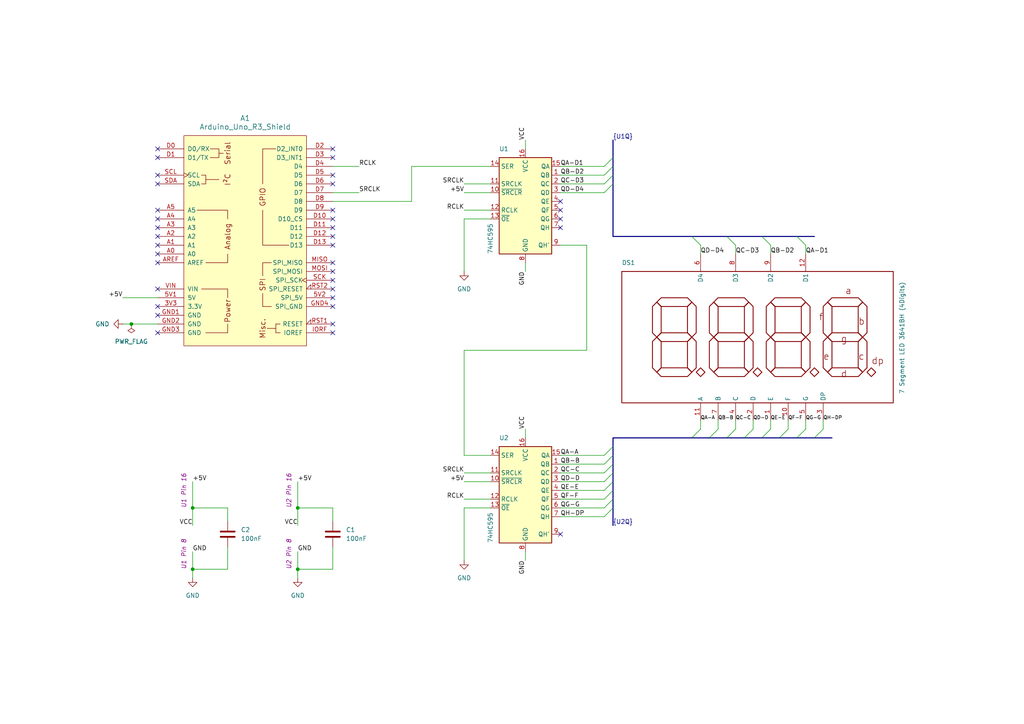
<source format=kicad_sch>
(kicad_sch (version 20231120) (generator "eeschema") (generator_version "8.0")
  (paper "A4")
  (title_block (title "Simple 7 Segment LED Counter") (date "2025-02-13") (rev "V1.0"))
  (lib_symbols
    (symbol "74xx:74HC595"
      (property "Reference" "U" (at -7.62 13.97 0))
      (property "Value" "74HC595" (at -7.62 -16.51 0))
      (symbol "74HC595_1_0"
        (pin tri_state line (at 10.16 7.62 180) (length 2.54) (name "QB") (number "1"))
        (pin input line (at -10.16 2.54 0) (length 2.54) (name "~{SRCLR}") (number "10"))
        (pin input line (at -10.16 5.08 0) (length 2.54) (name "SRCLK") (number "11"))
        (pin input line (at -10.16 -2.54 0) (length 2.54) (name "RCLK") (number "12"))
        (pin input line (at -10.16 -5.08 0) (length 2.54) (name "~{OE}") (number "13"))
        (pin input line (at -10.16 10.16 0) (length 2.54) (name "SER") (number "14"))
        (pin tri_state line (at 10.16 10.16 180) (length 2.54) (name "QA") (number "15"))
        (pin power_in line (at 0 15.24 270) (length 2.54) (name "VCC") (number "16"))
        (pin tri_state line (at 10.16 5.08 180) (length 2.54) (name "QC") (number "2"))
        (pin tri_state line (at 10.16 2.54 180) (length 2.54) (name "QD") (number "3"))
        (pin tri_state line (at 10.16 0 180) (length 2.54) (name "QE") (number "4"))
        (pin tri_state line (at 10.16 -2.54 180) (length 2.54) (name "QF") (number "5"))
        (pin tri_state line (at 10.16 -5.08 180) (length 2.54) (name "QG") (number "6"))
        (pin tri_state line (at 10.16 -7.62 180) (length 2.54) (name "QH") (number "7"))
        (pin power_in line (at 0 -17.78 90) (length 2.54) (name "GND") (number "8"))
        (pin output line (at 10.16 -12.7 180) (length 2.54) (name "QH'") (number "9"))
      )
      (symbol "74HC595_1_1"
        (rectangle (start -7.62 12.7) (end 7.62 -15.24) (stroke (width 0.254)) (fill (type background)))
      )
    )
    (symbol "Device:C" (pin_numbers hide) (pin_names (offset 0.254))
      (property "Reference" "C" (at 0.635 2.54 0))
      (property "Value" "C" (at 0.635 -2.54 0))
      (symbol "C_0_1"
        (polyline (pts (xy -2.032 -0.762) (xy 2.032 -0.762)) (stroke (width 0.508)))
        (polyline (pts (xy -2.032 0.762) (xy 2.032 0.762)) (stroke (width 0.508)))
      )
      (symbol "C_1_1"
        (pin passive line (at 0 3.81 270) (length 2.794) (name "~") (number "1"))
        (pin passive line (at 0 -3.81 90) (length 2.794) (name "~") (number "2"))
      )
    )
    (symbol "Imported:7 Segment LED 3641BH (4Digits)"
      (property "Reference" "DS1" (at -43.18 17.78 0))
      (property "Value" "7 Segment LED 3641BH (4Digits)" (at 38.1 -20.32 90))
      (symbol "7 Segment LED 3641BH (4Digits)_0_0"
        (polyline (pts (xy -43.18 15.24) (xy 35.56 15.24) (xy 35.56 -22.86) (xy -43.18 -22.86) (xy -43.18 15.24)) (stroke (width 0.254)))
        (polyline (pts (xy -20.32 -15.24) (xy -21.59 -13.97) (xy -20.32 -12.7) (xy -19.05 -13.97) (xy -20.32 -15.24)) (stroke (width 0.254)))
        (polyline (pts (xy -3.81 -15.24) (xy -5.08 -13.97) (xy -3.81 -12.7) (xy -2.54 -13.97) (xy -3.81 -15.24)) (stroke (width 0.254)))
        (polyline (pts (xy 12.7 -15.24) (xy 11.43 -13.97) (xy 12.7 -12.7) (xy 13.97 -13.97) (xy 12.7 -15.24)) (stroke (width 0.254)))
        (polyline (pts (xy 29.21 -15.24) (xy 27.94 -13.97) (xy 29.21 -12.7) (xy 30.48 -13.97) (xy 29.21 -15.24)) (stroke (width 0.254)))
        (polyline (pts (xy -34.29 -12.7) (xy -34.29 -5.08) (xy -33.02 -3.81) (xy -31.75 -5.08) (xy -31.75 -12.7) (xy -33.02 -13.97) (xy -34.29 -12.7)) (stroke (width 0.254)))
        (polyline (pts (xy -34.29 -2.54) (xy -34.29 5.08) (xy -33.02 6.35) (xy -31.75 5.08) (xy -31.75 -2.54) (xy -33.02 -3.81) (xy -34.29 -2.54)) (stroke (width 0.254)))
        (polyline (pts (xy -31.75 -12.7) (xy -24.13 -12.7) (xy -22.86 -13.97) (xy -24.13 -15.24) (xy -31.75 -15.24) (xy -33.02 -13.97) (xy -31.75 -12.7)) (stroke (width 0.254)))
        (polyline (pts (xy -31.75 -2.54) (xy -24.13 -2.54) (xy -22.86 -3.81) (xy -24.13 -5.08) (xy -31.75 -5.08) (xy -33.02 -3.81) (xy -31.75 -2.54)) (stroke (width 0.254)))
        (polyline (pts (xy -31.75 7.62) (xy -24.13 7.62) (xy -22.86 6.35) (xy -24.13 5.08) (xy -31.75 5.08) (xy -33.02 6.35) (xy -31.75 7.62)) (stroke (width 0.254)))
        (polyline (pts (xy -24.13 -12.7) (xy -24.13 -5.08) (xy -22.86 -3.81) (xy -21.59 -5.08) (xy -21.59 -12.7) (xy -22.86 -13.97) (xy -24.13 -12.7)) (stroke (width 0.254)))
        (polyline (pts (xy -24.13 -2.54) (xy -24.13 5.08) (xy -22.86 6.35) (xy -21.59 5.08) (xy -21.59 -2.54) (xy -22.86 -3.81) (xy -24.13 -2.54)) (stroke (width 0.254)))
        (polyline (pts (xy -17.78 -12.7) (xy -17.78 -5.08) (xy -16.51 -3.81) (xy -15.24 -5.08) (xy -15.24 -12.7) (xy -16.51 -13.97) (xy -17.78 -12.7)) (stroke (width 0.254)))
        (polyline (pts (xy -17.78 -2.54) (xy -17.78 5.08) (xy -16.51 6.35) (xy -15.24 5.08) (xy -15.24 -2.54) (xy -16.51 -3.81) (xy -17.78 -2.54)) (stroke (width 0.254)))
        (polyline (pts (xy -15.24 -12.7) (xy -7.62 -12.7) (xy -6.35 -13.97) (xy -7.62 -15.24) (xy -15.24 -15.24) (xy -16.51 -13.97) (xy -15.24 -12.7)) (stroke (width 0.254)))
        (polyline (pts (xy -15.24 -2.54) (xy -7.62 -2.54) (xy -6.35 -3.81) (xy -7.62 -5.08) (xy -15.24 -5.08) (xy -16.51 -3.81) (xy -15.24 -2.54)) (stroke (width 0.254)))
        (polyline (pts (xy -15.24 7.62) (xy -7.62 7.62) (xy -6.35 6.35) (xy -7.62 5.08) (xy -15.24 5.08) (xy -16.51 6.35) (xy -15.24 7.62)) (stroke (width 0.254)))
        (polyline (pts (xy -7.62 -12.7) (xy -7.62 -5.08) (xy -6.35 -3.81) (xy -5.08 -5.08) (xy -5.08 -12.7) (xy -6.35 -13.97) (xy -7.62 -12.7)) (stroke (width 0.254)))
        (polyline (pts (xy -7.62 -2.54) (xy -7.62 5.08) (xy -6.35 6.35) (xy -5.08 5.08) (xy -5.08 -2.54) (xy -6.35 -3.81) (xy -7.62 -2.54)) (stroke (width 0.254)))
        (polyline (pts (xy -1.27 -12.7) (xy -1.27 -5.08) (xy 0 -3.81) (xy 1.27 -5.08) (xy 1.27 -12.7) (xy 0 -13.97) (xy -1.27 -12.7)) (stroke (width 0.254)))
        (polyline (pts (xy -1.27 -2.54) (xy -1.27 5.08) (xy 0 6.35) (xy 1.27 5.08) (xy 1.27 -2.54) (xy 0 -3.81) (xy -1.27 -2.54)) (stroke (width 0.254)))
        (polyline (pts (xy 1.27 -12.7) (xy 8.89 -12.7) (xy 10.16 -13.97) (xy 8.89 -15.24) (xy 1.27 -15.24) (xy 0 -13.97) (xy 1.27 -12.7)) (stroke (width 0.254)))
        (polyline (pts (xy 1.27 -2.54) (xy 8.89 -2.54) (xy 10.16 -3.81) (xy 8.89 -5.08) (xy 1.27 -5.08) (xy 0 -3.81) (xy 1.27 -2.54)) (stroke (width 0.254)))
        (polyline (pts (xy 1.27 7.62) (xy 8.89 7.62) (xy 10.16 6.35) (xy 8.89 5.08) (xy 1.27 5.08) (xy 0 6.35) (xy 1.27 7.62)) (stroke (width 0.254)))
        (polyline (pts (xy 8.89 -12.7) (xy 8.89 -5.08) (xy 10.16 -3.81) (xy 11.43 -5.08) (xy 11.43 -12.7) (xy 10.16 -13.97) (xy 8.89 -12.7)) (stroke (width 0.254)))
        (polyline (pts (xy 8.89 -2.54) (xy 8.89 5.08) (xy 10.16 6.35) (xy 11.43 5.08) (xy 11.43 -2.54) (xy 10.16 -3.81) (xy 8.89 -2.54)) (stroke (width 0.254)))
        (polyline (pts (xy 15.24 -12.7) (xy 15.24 -5.08) (xy 16.51 -3.81) (xy 17.78 -5.08) (xy 17.78 -12.7) (xy 16.51 -13.97) (xy 15.24 -12.7)) (stroke (width 0.254)))
        (polyline (pts (xy 15.24 -2.54) (xy 15.24 5.08) (xy 16.51 6.35) (xy 17.78 5.08) (xy 17.78 -2.54) (xy 16.51 -3.81) (xy 15.24 -2.54)) (stroke (width 0.254)))
        (polyline (pts (xy 17.78 -12.7) (xy 25.4 -12.7) (xy 26.67 -13.97) (xy 25.4 -15.24) (xy 17.78 -15.24) (xy 16.51 -13.97) (xy 17.78 -12.7)) (stroke (width 0.254)))
        (polyline (pts (xy 17.78 -2.54) (xy 25.4 -2.54) (xy 26.67 -3.81) (xy 25.4 -5.08) (xy 17.78 -5.08) (xy 16.51 -3.81) (xy 17.78 -2.54)) (stroke (width 0.254)))
        (polyline (pts (xy 17.78 7.62) (xy 25.4 7.62) (xy 26.67 6.35) (xy 25.4 5.08) (xy 17.78 5.08) (xy 16.51 6.35) (xy 17.78 7.62)) (stroke (width 0.254)))
        (polyline (pts (xy 25.4 -12.7) (xy 25.4 -5.08) (xy 26.67 -3.81) (xy 27.94 -5.08) (xy 27.94 -12.7) (xy 26.67 -13.97) (xy 25.4 -12.7)) (stroke (width 0.254)))
        (polyline (pts (xy 25.4 -2.54) (xy 25.4 5.08) (xy 26.67 6.35) (xy 27.94 5.08) (xy 27.94 -2.54) (xy 26.67 -3.81) (xy 25.4 -2.54)) (stroke (width 0.254)))
        (text "a" (at 21.59 10.8204 0) (effects (font (size 1.9304 1.9304)) (justify left top)))
        (text "b" (at 25.4 1.9304 0) (effects (font (size 1.9304 1.9304)) (justify left top)))
        (text "c" (at 25.4 -8.2296 0) (effects (font (size 1.9304 1.9304)) (justify left top)))
        (text "d" (at 20.32 -13.3096 0) (effects (font (size 1.9304 1.9304)) (justify left top)))
        (text "dp" (at 29.21 -9.4996 0) (effects (font (size 1.9304 1.9304)) (justify left top)))
        (text "e" (at 15.24 -8.2296 0) (effects (font (size 1.9304 1.9304)) (justify left top)))
        (text "f" (at 13.97 3.2004 0) (effects (font (size 1.9304 1.9304)) (justify left top)))
        (text "g" (at 20.32 -3.1496 0) (effects (font (size 1.9304 1.9304)) (justify left top)))
        (pin input line (at 0 -27.94 90) (length 5.08) (name "E") (number "1"))
        (pin input line (at 5.08 -27.94 90) (length 5.08) (name "F") (number "10"))
        (pin input line (at -20.32 -27.94 90) (length 5.08) (name "A") (number "11"))
        (pin input line (at 10.16 20.32 270) (length 5.08) (name "D1") (number "12"))
        (pin input line (at -5.08 -27.94 90) (length 5.08) (name "D") (number "2"))
        (pin input line (at 15.24 -27.94 90) (length 5.08) (name "DP") (number "3"))
        (pin input line (at -10.16 -27.94 90) (length 5.08) (name "C") (number "4"))
        (pin input line (at 10.16 -27.94 90) (length 5.08) (name "G") (number "5"))
        (pin input line (at -20.32 20.32 270) (length 5.08) (name "D4") (number "6"))
        (pin input line (at -15.24 -27.94 90) (length 5.08) (name "B") (number "7"))
        (pin input line (at -10.16 20.32 270) (length 5.08) (name "D3") (number "8"))
        (pin input line (at 0 20.32 270) (length 5.08) (name "D2") (number "9"))
      )
    )
    (symbol "PCM_arduino-library:Arduino_Uno_R3_Shield" (pin_names (offset 1.016))
      (property "Reference" "A" (at 0 36.83 0))
      (property "Value" "Arduino_Uno_R3_Shield" (at 0 33.02 0))
      (symbol "Arduino_Uno_R3_Shield_0_0"
        (rectangle (start -17.78 30.48) (end 17.78 -30.48) (fill (type background)))
        (rectangle (start -12.7 -13.97) (end -5.08 -13.97))
        (rectangle (start -11.43 -26.67) (end -5.08 -26.67))
        (polyline (pts (xy -11.43 17.78) (xy -7.62 17.78)))
        (polyline (pts (xy -7.62 25.4) (xy -6.35 25.4)))
        (polyline (pts (xy -5.08 -26.67) (xy -5.08 -24.13)))
        (polyline (pts (xy -5.08 -15.24) (xy -5.08 -16.51)))
        (polyline (pts (xy -5.08 -13.97) (xy -5.08 -15.24)))
        (polyline (pts (xy -5.08 -3.81) (xy -5.08 -6.35) (xy -11.43 -6.35)))
        (polyline (pts (xy -5.08 6.35) (xy -5.08 8.89) (xy -13.97 8.89)))
        (polyline (pts (xy 5.08 8.89) (xy 5.08 -1.27) (xy 12.7 -1.27)))
        (polyline (pts (xy 5.08 16.51) (xy 5.08 26.67) (xy 8.89 26.67)))
        (polyline (pts (xy -12.7 19.05) (xy -11.43 19.05) (xy -11.43 16.51) (xy -12.7 16.51)))
        (polyline (pts (xy -10.16 26.67) (xy -7.62 26.67) (xy -7.62 24.13) (xy -10.16 24.13)))
        (rectangle (start 5.08 -19.05) (end 5.08 -15.24))
        (rectangle (start 5.08 -19.05) (end 7.62 -19.05))
        (rectangle (start 5.08 -10.16) (end 5.08 -6.35))
        (rectangle (start 7.62 -6.35) (end 5.08 -6.35))
        (rectangle (start 8.89 -25.4) (end 6.35 -25.4))
        (rectangle (start 8.89 -24.13) (end 8.89 -26.67))
        (rectangle (start 10.16 -26.67) (end 8.89 -26.67))
        (rectangle (start 10.16 -24.13) (end 8.89 -24.13))
        (text "Analog" (at -5.08 1.27 900) (effects (font (size 1.524 1.524))))
        (text "I²C" (at -5.08 17.78 900) (effects (font (size 1.524 1.524))))
        (text "Misc." (at 5.08 -25.4 900) (effects (font (size 1.524 1.524))))
        (text "Power" (at -5.08 -20.32 900) (effects (font (size 1.524 1.524))))
        (text "Serial" (at -5.08 25.4 900) (effects (font (size 1.524 1.524))))
        (text "SPI" (at 5.08 -12.7 900) (effects (font (size 1.524 1.524))))
      )
      (symbol "Arduino_Uno_R3_Shield_1_0"
        (text "GPIO" (at 5.08 12.7 900) (effects (font (size 1.524 1.524))))
      )
      (symbol "Arduino_Uno_R3_Shield_1_1"
        (pin power_out line (at -25.4 -19.05 0) (length 7.62) (name "3.3V") (number "3V3"))
        (pin power_out line (at -25.4 -16.51 0) (length 7.62) (name "5V") (number "5V1"))
        (pin power_in line (at 25.4 -16.51 180) (length 7.62) (name "SPI_5V") (number "5V2"))
        (pin bidirectional line (at -25.4 -3.81 0) (length 7.62) (name "A0") (number "A0"))
        (pin bidirectional line (at -25.4 -1.27 0) (length 7.62) (name "A1") (number "A1"))
        (pin bidirectional line (at -25.4 1.27 0) (length 7.62) (name "A2") (number "A2"))
        (pin bidirectional line (at -25.4 3.81 0) (length 7.62) (name "A3") (number "A3"))
        (pin bidirectional line (at -25.4 6.35 0) (length 7.62) (name "A4") (number "A4"))
        (pin bidirectional line (at -25.4 8.89 0) (length 7.62) (name "A5") (number "A5"))
        (pin input line (at -25.4 -6.35 0) (length 7.62) (name "AREF") (number "AREF"))
        (pin bidirectional line (at -25.4 26.67 0) (length 7.62) (name "D0/RX") (number "D0"))
        (pin bidirectional line (at -25.4 24.13 0) (length 7.62) (name "D1/TX") (number "D1"))
        (pin bidirectional line (at 25.4 6.35 180) (length 7.62) (name "D10_CS") (number "D10"))
        (pin bidirectional line (at 25.4 3.81 180) (length 7.62) (name "D11") (number "D11"))
        (pin bidirectional line (at 25.4 1.27 180) (length 7.62) (name "D12") (number "D12"))
        (pin bidirectional line (at 25.4 -1.27 180) (length 7.62) (name "D13") (number "D13"))
        (pin bidirectional line (at 25.4 26.67 180) (length 7.62) (name "D2_INT0") (number "D2"))
        (pin bidirectional line (at 25.4 24.13 180) (length 7.62) (name "D3_INT1") (number "D3"))
        (pin bidirectional line (at 25.4 21.59 180) (length 7.62) (name "D4") (number "D4"))
        (pin bidirectional line (at 25.4 19.05 180) (length 7.62) (name "D5") (number "D5"))
        (pin bidirectional line (at 25.4 16.51 180) (length 7.62) (name "D6") (number "D6"))
        (pin bidirectional line (at 25.4 13.97 180) (length 7.62) (name "D7") (number "D7"))
        (pin bidirectional line (at 25.4 11.43 180) (length 7.62) (name "D8") (number "D8"))
        (pin bidirectional line (at 25.4 8.89 180) (length 7.62) (name "D9") (number "D9"))
        (pin power_in line (at -25.4 -21.59 0) (length 7.62) (name "GND") (number "GND1"))
        (pin power_in line (at -25.4 -24.13 0) (length 7.62) (name "GND") (number "GND2"))
        (pin power_in line (at -25.4 -26.67 0) (length 7.62) (name "GND") (number "GND3"))
        (pin power_in line (at 25.4 -19.05 180) (length 7.62) (name "SPI_GND") (number "GND4"))
        (pin output line (at 25.4 -26.67 180) (length 7.62) (name "IOREF") (number "IORF"))
        (pin input line (at 25.4 -6.35 180) (length 7.62) (name "SPI_MISO") (number "MISO"))
        (pin output line (at 25.4 -8.89 180) (length 7.62) (name "SPI_MOSI") (number "MOSI"))
        (pin open_collector input_low (at 25.4 -24.13 180) (length 7.62) (name "RESET") (number "RST1"))
        (pin open_collector input_low (at 25.4 -13.97 180) (length 7.62) (name "SPI_RESET") (number "RST2"))
        (pin output clock (at 25.4 -11.43 180) (length 7.62) (name "SPI_SCK") (number "SCK"))
        (pin bidirectional clock (at -25.4 19.05 0) (length 7.62) (name "SCL") (number "SCL"))
        (pin bidirectional line (at -25.4 16.51 0) (length 7.62) (name "SDA") (number "SDA"))
        (pin power_in line (at -25.4 -13.97 0) (length 7.62) (name "VIN") (number "VIN"))
      )
    )
    (symbol "power:GND" (power) (pin_numbers hide) (pin_names (offset 0) hide)
      (property "Value" "GND" (at 0 -3.81 0))
      (symbol "GND_0_1"
        (polyline (pts (xy 0 0) (xy 0 -1.27) (xy 1.27 -1.27) (xy 0 -2.54) (xy -1.27 -1.27) (xy 0 -1.27)))
      )
      (symbol "GND_1_1"
        (pin power_in line (at 0 0 270) (length 0) (name "~") (number "1"))
      )
    )
    (symbol "power:PWR_FLAG" (power) (pin_numbers hide) (pin_names (offset 0) hide)
      (property "Value" "PWR_FLAG" (at 0 3.81 0))
      (symbol "PWR_FLAG_0_0"
        (pin power_out line (at 0 0 90) (length 0) (name "~") (number "1"))
      )
      (symbol "PWR_FLAG_0_1"
        (polyline (pts (xy 0 0) (xy 0 1.27) (xy -1.016 1.905) (xy 0 2.54) (xy 1.016 1.905) (xy 0 1.27)))
      )
    )
  )
  (bus_alias "U1Q" (members "QA-D1" "QB-D2" "QC-D3" "QD-D4"))
  (bus_alias "U2Q" (members "QA-A" "QB-B" "QC-C" "QD-D" "QE-E" "QF-F" "QG-G" "QH-DP"))
  (junction (at 55.88 165.1))
  (junction (at 38.1 93.98))
  (junction (at 86.36 147.32))
  (junction (at 55.88 147.32))
  (junction (at 86.36 165.1))
  (no_connect (at 96.52 81.28))
  (no_connect (at 45.72 53.34))
  (no_connect (at 96.52 71.12))
  (no_connect (at 96.52 68.58))
  (no_connect (at 96.52 53.34))
  (no_connect (at 96.52 66.04))
  (no_connect (at 45.72 76.2))
  (no_connect (at 162.56 66.04))
  (no_connect (at 162.56 60.96))
  (no_connect (at 45.72 66.04))
  (no_connect (at 45.72 91.44))
  (no_connect (at 96.52 83.82))
  (no_connect (at 96.52 43.18))
  (no_connect (at 96.52 50.8))
  (no_connect (at 45.72 68.58))
  (no_connect (at 162.56 63.5))
  (no_connect (at 162.56 58.42))
  (no_connect (at 96.52 76.2))
  (no_connect (at 45.72 96.52))
  (no_connect (at 45.72 63.5))
  (no_connect (at 45.72 45.72))
  (no_connect (at 96.52 96.52))
  (no_connect (at 96.52 88.9))
  (no_connect (at 45.72 71.12))
  (no_connect (at 96.52 78.74))
  (no_connect (at 45.72 83.82))
  (no_connect (at 45.72 73.66))
  (no_connect (at 96.52 63.5))
  (no_connect (at 45.72 50.8))
  (no_connect (at 96.52 60.96))
  (no_connect (at 96.52 86.36))
  (no_connect (at 45.72 43.18))
  (no_connect (at 162.56 154.94))
  (no_connect (at 45.72 60.96))
  (no_connect (at 96.52 45.72))
  (no_connect (at 45.72 88.9))
  (no_connect (at 96.52 93.98))
  (bus_entry (at 177.8 137.16) (size -2.54 2.54))
  (bus_entry (at 177.8 139.7) (size -2.54 2.54))
  (bus_entry (at 177.8 132.08) (size -2.54 2.54))
  (bus_entry (at 177.8 53.34) (size -2.54 2.54))
  (bus_entry (at 220.98 127) (size 2.54 -2.54))
  (bus_entry (at 236.22 127) (size 2.54 -2.54))
  (bus_entry (at 177.8 134.62) (size -2.54 2.54))
  (bus_entry (at 177.8 147.32) (size -2.54 2.54))
  (bus_entry (at 177.8 50.8) (size -2.54 2.54))
  (bus_entry (at 177.8 142.24) (size -2.54 2.54))
  (bus_entry (at 200.66 127) (size 2.54 -2.54))
  (bus_entry (at 215.9 127) (size 2.54 -2.54))
  (bus_entry (at 210.82 127) (size 2.54 -2.54))
  (bus_entry (at 210.82 68.58) (size 2.54 2.54))
  (bus_entry (at 231.14 68.58) (size 2.54 2.54))
  (bus_entry (at 205.74 127) (size 2.54 -2.54))
  (bus_entry (at 200.66 68.58) (size 2.54 2.54))
  (bus_entry (at 177.8 144.78) (size -2.54 2.54))
  (bus_entry (at 177.8 48.26) (size -2.54 2.54))
  (bus_entry (at 220.98 68.58) (size 2.54 2.54))
  (bus_entry (at 226.06 127) (size 2.54 -2.54))
  (bus_entry (at 177.8 45.72) (size -2.54 2.54))
  (bus_entry (at 231.14 127) (size 2.54 -2.54))
  (bus_entry (at 177.8 129.54) (size -2.54 2.54))
  (wire (pts (xy 162.56 144.78) (xy 175.26 144.78)))
  (bus (pts (xy 177.8 45.72) (xy 177.8 48.26)))
  (bus (pts (xy 177.8 142.24) (xy 177.8 139.7)))
  (wire (pts (xy 203.2 71.12) (xy 203.2 73.66)))
  (wire (pts (xy 213.36 121.92) (xy 213.36 124.46)))
  (wire (pts (xy 86.36 160.02) (xy 86.36 165.1)))
  (wire (pts (xy 134.62 60.96) (xy 142.24 60.96)))
  (wire (pts (xy 134.62 53.34) (xy 142.24 53.34)))
  (wire (pts (xy 162.56 71.12) (xy 170.18 71.12)))
  (bus (pts (xy 177.8 137.16) (xy 177.8 134.62)))
  (bus (pts (xy 177.8 40.64) (xy 177.8 45.72)))
  (wire (pts (xy 162.56 55.88) (xy 175.26 55.88)))
  (wire (pts (xy 86.36 147.32) (xy 86.36 152.4)))
  (bus (pts (xy 177.8 139.7) (xy 177.8 137.16)))
  (wire (pts (xy 162.56 48.26) (xy 175.26 48.26)))
  (wire (pts (xy 119.38 48.26) (xy 119.38 58.42)))
  (bus (pts (xy 215.9 127) (xy 220.98 127)))
  (wire (pts (xy 55.88 165.1) (xy 55.88 167.64)))
  (wire (pts (xy 134.62 137.16) (xy 142.24 137.16)))
  (wire (pts (xy 162.56 139.7) (xy 175.26 139.7)))
  (wire (pts (xy 162.56 137.16) (xy 175.26 137.16)))
  (wire (pts (xy 96.52 158.75) (xy 96.52 165.1)))
  (wire (pts (xy 134.62 147.32) (xy 134.62 162.56)))
  (bus (pts (xy 231.14 68.58) (xy 236.22 68.58)))
  (wire (pts (xy 162.56 149.86) (xy 175.26 149.86)))
  (bus (pts (xy 177.8 68.58) (xy 200.66 68.58)))
  (bus (pts (xy 177.8 129.54) (xy 177.8 127)))
  (bus (pts (xy 236.22 127) (xy 241.3 127)))
  (wire (pts (xy 55.88 160.02) (xy 55.88 165.1)))
  (wire (pts (xy 134.62 144.78) (xy 142.24 144.78)))
  (bus (pts (xy 205.74 127) (xy 210.82 127)))
  (bus (pts (xy 231.14 127) (xy 236.22 127)))
  (wire (pts (xy 119.38 58.42) (xy 96.52 58.42)))
  (wire (pts (xy 170.18 101.6) (xy 134.62 101.6)))
  (wire (pts (xy 152.4 124.46) (xy 152.4 127)))
  (wire (pts (xy 134.62 101.6) (xy 134.62 132.08)))
  (wire (pts (xy 208.28 121.92) (xy 208.28 124.46)))
  (wire (pts (xy 162.56 53.34) (xy 175.26 53.34)))
  (bus (pts (xy 177.8 147.32) (xy 177.8 144.78)))
  (wire (pts (xy 223.52 71.12) (xy 223.52 73.66)))
  (wire (pts (xy 35.56 93.98) (xy 38.1 93.98)))
  (wire (pts (xy 38.1 93.98) (xy 45.72 93.98)))
  (wire (pts (xy 35.56 86.36) (xy 45.72 86.36)))
  (wire (pts (xy 55.88 147.32) (xy 55.88 152.4)))
  (bus (pts (xy 177.8 50.8) (xy 177.8 53.34)))
  (bus (pts (xy 177.8 127) (xy 200.66 127)))
  (bus (pts (xy 210.82 68.58) (xy 220.98 68.58)))
  (bus (pts (xy 220.98 68.58) (xy 231.14 68.58)))
  (wire (pts (xy 170.18 71.12) (xy 170.18 101.6)))
  (wire (pts (xy 55.88 147.32) (xy 66.04 147.32)))
  (wire (pts (xy 162.56 134.62) (xy 175.26 134.62)))
  (wire (pts (xy 223.52 121.92) (xy 223.52 124.46)))
  (bus (pts (xy 177.8 134.62) (xy 177.8 132.08)))
  (bus (pts (xy 177.8 144.78) (xy 177.8 142.24)))
  (wire (pts (xy 134.62 63.5) (xy 134.62 78.74)))
  (wire (pts (xy 233.68 71.12) (xy 233.68 73.66)))
  (wire (pts (xy 228.6 121.92) (xy 228.6 124.46)))
  (wire (pts (xy 66.04 147.32) (xy 66.04 151.13)))
  (wire (pts (xy 162.56 142.24) (xy 175.26 142.24)))
  (bus (pts (xy 177.8 48.26) (xy 177.8 50.8)))
  (wire (pts (xy 152.4 76.2) (xy 152.4 78.74)))
  (wire (pts (xy 55.88 165.1) (xy 66.04 165.1)))
  (wire (pts (xy 86.36 147.32) (xy 96.52 147.32)))
  (bus (pts (xy 200.66 127) (xy 205.74 127)))
  (bus (pts (xy 177.8 147.32) (xy 177.8 152.4)))
  (wire (pts (xy 142.24 63.5) (xy 134.62 63.5)))
  (wire (pts (xy 134.62 132.08) (xy 142.24 132.08)))
  (bus (pts (xy 200.66 68.58) (xy 210.82 68.58)))
  (wire (pts (xy 96.52 55.88) (xy 104.14 55.88)))
  (wire (pts (xy 233.68 121.92) (xy 233.68 124.46)))
  (wire (pts (xy 66.04 158.75) (xy 66.04 165.1)))
  (wire (pts (xy 142.24 147.32) (xy 134.62 147.32)))
  (wire (pts (xy 96.52 147.32) (xy 96.52 151.13)))
  (wire (pts (xy 55.88 139.7) (xy 55.88 147.32)))
  (wire (pts (xy 213.36 71.12) (xy 213.36 73.66)))
  (wire (pts (xy 86.36 165.1) (xy 96.52 165.1)))
  (wire (pts (xy 238.76 121.92) (xy 238.76 124.46)))
  (bus (pts (xy 210.82 127) (xy 215.9 127)))
  (wire (pts (xy 96.52 48.26) (xy 104.14 48.26)))
  (bus (pts (xy 226.06 127) (xy 231.14 127)))
  (wire (pts (xy 162.56 50.8) (xy 175.26 50.8)))
  (wire (pts (xy 134.62 55.88) (xy 142.24 55.88)))
  (bus (pts (xy 177.8 132.08) (xy 177.8 129.54)))
  (wire (pts (xy 142.24 48.26) (xy 119.38 48.26)))
  (wire (pts (xy 162.56 147.32) (xy 175.26 147.32)))
  (bus (pts (xy 177.8 53.34) (xy 177.8 68.58)))
  (wire (pts (xy 134.62 139.7) (xy 142.24 139.7)))
  (wire (pts (xy 152.4 160.02) (xy 152.4 162.56)))
  (bus (pts (xy 220.98 127) (xy 226.06 127)))
  (wire (pts (xy 218.44 121.92) (xy 218.44 124.46)))
  (wire (pts (xy 203.2 121.92) (xy 203.2 124.46)))
  (wire (pts (xy 152.4 40.64) (xy 152.4 43.18)))
  (wire (pts (xy 86.36 165.1) (xy 86.36 167.64)))
  (wire (pts (xy 162.56 132.08) (xy 175.26 132.08)))
  (wire (pts (xy 86.36 139.7) (xy 86.36 147.32)))
  (label "QB-B" (at 208.28 121.92 0) (effects (font (size 1 1))))
  (label "QG-G" (at 162.56 147.32 0))
  (label "SRCLK" (at 134.62 137.16 180))
  (label "QH-DP" (at 238.76 121.92 0) (effects (font (size 1 1))))
  (label "+5V" (at 55.88 139.7 0))
  (label "SRCLK" (at 104.14 55.88 0))
  (label "QC-D3" (at 213.36 73.66 0))
  (label "QF-F" (at 162.56 144.78 0))
  (label "VCC" (at 86.36 152.4 180) (property "Pin" "U2 Pin 16" (at 83.82 137.16 90) (effects (font (italic yes)) (justify right))))
  (label "QA-D1" (at 233.68 73.66 0))
  (label "QC-D3" (at 162.56 53.34 0))
  (label "QD-D" (at 218.44 121.92 0) (effects (font (size 1 1))))
  (label "QA-A" (at 162.56 132.08 0))
  (label "+5V" (at 86.36 139.7 0))
  (label "GND" (at 152.4 162.56 270))
  (label "QC-C" (at 162.56 137.16 0))
  (label "GND" (at 55.88 160.02 0) (property "Pin" "U1 Pin 8" (at 53.34 165.1 90) (effects (font (italic yes)) (justify left))))
  (label "SRCLK" (at 134.62 53.34 180))
  (label "VCC" (at 152.4 40.64 90))
  (label "QD-D4" (at 162.56 55.88 0))
  (label "QG-G" (at 233.68 121.92 0) (effects (font (size 1 1))))
  (label "QB-D2" (at 223.52 73.66 0))
  (label "QC-C" (at 213.36 121.92 0) (effects (font (size 1 1))))
  (label "QA-A" (at 203.2 121.92 0) (effects (font (size 1 1))))
  (label "{U2Q}" (at 177.8 152.4 0))
  (label "QH-DP" (at 162.56 149.86 0))
  (label "+5V" (at 35.56 86.36 180))
  (label "QA-D1" (at 162.56 48.26 0))
  (label "RCLK" (at 134.62 60.96 180))
  (label "VCC" (at 55.88 152.4 180) (property "Pin" "U1 Pin 16" (at 53.34 137.16 90) (effects (font (italic yes)) (justify right))))
  (label "VCC" (at 152.4 124.46 90))
  (label "QE-E" (at 162.56 142.24 0))
  (label "QF-F" (at 228.6 121.92 0) (effects (font (size 1 1))))
  (label "QD-D4" (at 203.2 73.66 0))
  (label "{U1Q}" (at 177.8 40.64 0))
  (label "RCLK" (at 134.62 144.78 180))
  (label "QE-E" (at 223.52 121.92 0) (effects (font (size 1 1))))
  (label "QB-B" (at 162.56 134.62 0))
  (label "+5V" (at 134.62 55.88 180))
  (label "QB-D2" (at 162.56 50.8 0))
  (label "GND" (at 152.4 78.74 270))
  (label "+5V" (at 134.62 139.7 180))
  (label "GND" (at 86.36 160.02 0) (property "Pin" "U2 Pin 8" (at 83.82 165.1 90) (effects (font (italic yes)) (justify left))))
  (label "RCLK" (at 104.14 48.26 0))
  (label "QD-D" (at 162.56 139.7 0))
  (symbol (lib_id "power:GND") (at 35.56 93.98 270) (unit 1)
    (property "Reference" "#PWR03" (effects (hide yes)))
    (property "Value" "GND" (at 31.75 93.9799 90) (effects (justify right)))
    (property "Description" "Power symbol creates a global label with name \"GND\" , ground" (effects (hide yes)))
  )
  (symbol (lib_id "74xx:74HC595") (at 152.4 58.42 0) (unit 1)
    (property "Reference" "U1" (at 144.78 43.18 0) (effects (justify left)))
    (property "Value" "74HC595" (at 142.24 73.66 90) (effects (justify left)))
    (property "Footprint" "Package_DIP:DIP-16_W7.62mm_LongPads" (effects (hide yes)))
    (property "Datasheet" "http://www.ti.com/lit/ds/symlink/sn74hc595.pdf" (effects (hide yes)))
    (property "Description" "8-bit serial in/out Shift Register 3-State Outputs" (effects (hide yes)))
  )
  (symbol (lib_id "Device:C") (at 66.04 154.94 0) (unit 1)
    (property "Reference" "C2" (at 69.85 153.6699 0) (effects (justify left)))
    (property "Value" "100nF" (at 69.85 156.2099 0) (effects (justify left)))
    (property "Footprint" "Capacitor_THT:C_Disc_D5.0mm_W2.5mm_P2.50mm" (effects (hide yes)))
    (property "Description" "Unpolarized capacitor" (effects (hide yes)))
  )
  (symbol (lib_id "power:GND") (at 134.62 162.56 0) (unit 1)
    (property "Reference" "#PWR04" (effects (hide yes)))
    (property "Value" "GND" (at 134.62 167.64 0))
    (property "Description" "Power symbol creates a global label with name \"GND\" , ground" (effects (hide yes)))
  )
  (symbol (lib_id "power:GND") (at 134.62 78.74 0) (unit 1)
    (property "Reference" "#PWR05" (effects (hide yes)))
    (property "Value" "GND" (at 134.62 83.82 0))
    (property "Description" "Power symbol creates a global label with name \"GND\" , ground" (effects (hide yes)))
  )
  (symbol (lib_id "power:GND") (at 86.36 167.64 0) (unit 1)
    (property "Reference" "#PWR01" (effects (hide yes)))
    (property "Value" "GND" (at 86.36 172.72 0))
    (property "Description" "Power symbol creates a global label with name \"GND\" , ground" (effects (hide yes)))
  )
  (symbol (lib_id "power:PWR_FLAG") (at 38.1 93.98 180) (unit 1)
    (property "Reference" "#FLG01" (effects (hide yes)))
    (property "Value" "PWR_FLAG" (at 38.1 99.06 0))
    (property "Description" "Special symbol for telling ERC where power comes from" (effects (hide yes)))
  )
  (symbol (lib_id "74xx:74HC595") (at 152.4 142.24 0) (unit 1)
    (property "Reference" "U2" (at 144.78 127 0) (effects (justify left)))
    (property "Value" "74HC595" (at 142.24 157.48 90) (effects (justify left)))
    (property "Footprint" "Package_DIP:DIP-16_W7.62mm_LongPads" (effects (hide yes)))
    (property "Datasheet" "http://www.ti.com/lit/ds/symlink/sn74hc595.pdf" (effects (hide yes)))
    (property "Description" "8-bit serial in/out Shift Register 3-State Outputs" (effects (hide yes)))
  )
  (symbol (lib_id "power:GND") (at 55.88 167.64 0) (unit 1)
    (property "Reference" "#PWR02" (effects (hide yes)))
    (property "Value" "GND" (at 55.88 172.72 0))
    (property "Description" "Power symbol creates a global label with name \"GND\" , ground" (effects (hide yes)))
  )
  (symbol (lib_id "Imported:7 Segment LED 3641BH (4Digits)") (at 223.52 93.98 0) (unit 1)
    (property "Reference" "DS1" (at 180.34 76.2 0) (effects (justify left)))
    (property "Value" "7 Segment LED 3641BH (4Digits)" (at 261.62 114.3 90) (effects (justify left)))
    (property "Footprint" "Imported:LEDSEG_0.36_4" (effects (hide yes)))
    (property "Datasheet" "http://www.xlitx.com/datasheet/3641BH.pdf" (effects (hide yes)))
    (property "Description" "0.36 Inch 4 Digit Common Anode 7 Segment Display Clock" (effects (hide yes)))
    (property "Manufacturer Part" "3641BH" (effects (hide yes)))
  )
  (symbol (lib_id "Device:C") (at 96.52 154.94 0) (unit 1)
    (property "Reference" "C1" (at 100.33 153.6699 0) (effects (justify left)))
    (property "Value" "100nF" (at 100.33 156.2099 0) (effects (justify left)))
    (property "Footprint" "Capacitor_THT:C_Disc_D5.0mm_W2.5mm_P2.50mm" (effects (hide yes)))
    (property "Description" "Unpolarized capacitor" (effects (hide yes)))
  )
  (symbol (lib_id "PCM_arduino-library:Arduino_Uno_R3_Shield") (at 71.12 69.85 0) (unit 1)
    (property "Reference" "A1" (at 71.12 34.265 0) (effects (font (size 1.524 1.524))))
    (property "Value" "Arduino_Uno_R3_Shield" (at 71.12 36.805 0) (effects (font (size 1.524 1.524))))
    (property "Footprint" "Imported:Arduino_Uno_R3_Shield_TW" (effects (hide yes)))
    (property "Datasheet" "https://docs.arduino.cc/hardware/uno-rev3" (effects (hide yes)))
    (property "Description" "Shield for Arduino Uno R3" (effects (hide yes)))
  )
)
</source>
